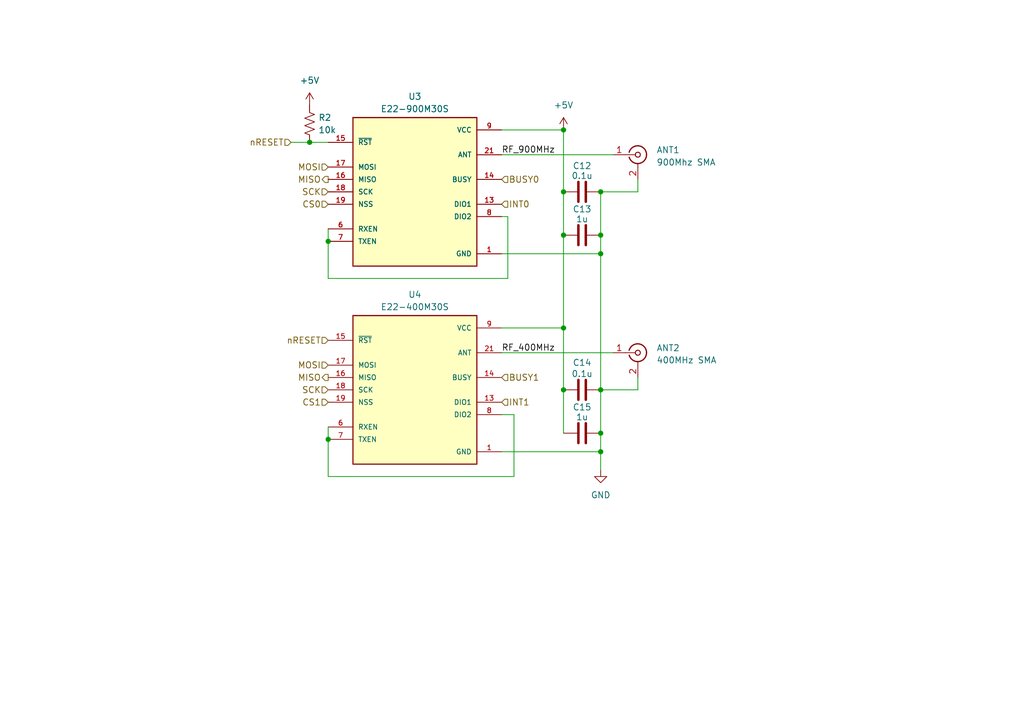
<source format=kicad_sch>
(kicad_sch (version 20250114) (generator "eeschema") (generator_version "9.0")
  (paper "A5")
  (title_block (title "RF") (date "2026-02-18") (rev "1") (company "VIP Lightning From the Edge of Space"))
  (lib_symbols
    (symbol "Connector:Conn_Coaxial" (pin_names (offset 1.016) (hide yes))
      (property "Reference" "J" (at 0.254 3.048 0))
      (property "Value" "Conn_Coaxial" (at 2.921 0 90))
      (symbol "Conn_Coaxial_0_1"
        (polyline (pts (xy -2.54 0) (xy -0.508 0)))
        (arc (start 1.778 0) (mid 0.222 -1.8079) (end -1.778 -0.508) (stroke (width 0.254)))
        (arc (start -1.778 0.508) (mid 0.2221 1.8084) (end 1.778 0) (stroke (width 0.254)))
        (circle (center 0 0) (radius 0.508) (stroke (width 0.2032)))
        (polyline (pts (xy 0 -2.54) (xy 0 -1.778)))
      )
      (symbol "Conn_Coaxial_1_1"
        (pin passive line (at -5.08 0 0) (length 2.54) (name "In") (number "1"))
        (pin passive line (at 0 -5.08 90) (length 2.54) (name "Ext") (number "2"))
      )
    )
    (symbol "Device:C" (pin_numbers (hide yes)) (pin_names (offset 0.254))
      (property "Reference" "C" (at 0.635 2.54 0))
      (property "Value" "C" (at 0.635 -2.54 0))
      (symbol "C_0_1"
        (polyline (pts (xy -2.032 0.762) (xy 2.032 0.762)) (stroke (width 0.508)))
        (polyline (pts (xy -2.032 -0.762) (xy 2.032 -0.762)) (stroke (width 0.508)))
      )
      (symbol "C_1_1"
        (pin passive line (at 0 3.81 270) (length 2.794) (name "~") (number "1"))
        (pin passive line (at 0 -3.81 90) (length 2.794) (name "~") (number "2"))
      )
    )
    (symbol "Device:R_US" (pin_numbers (hide yes)) (pin_names (offset 0))
      (property "Reference" "R" (at 2.54 0 90))
      (property "Value" "R_US" (at -2.54 0 90))
      (symbol "R_US_0_1"
        (polyline (pts (xy 0 2.286) (xy 0 2.54)))
        (polyline (pts (xy 0 2.286) (xy 1.016 1.905) (xy 0 1.524) (xy -1.016 1.143) (xy 0 0.762)))
        (polyline (pts (xy 0 0.762) (xy 1.016 0.381) (xy 0 0) (xy -1.016 -0.381) (xy 0 -0.762)))
        (polyline (pts (xy 0 -0.762) (xy 1.016 -1.143) (xy 0 -1.524) (xy -1.016 -1.905) (xy 0 -2.286)))
        (polyline (pts (xy 0 -2.286) (xy 0 -2.54)))
      )
      (symbol "R_US_1_1"
        (pin passive line (at 0 3.81 270) (length 1.27) (name "~") (number "1"))
        (pin passive line (at 0 -3.81 90) (length 1.27) (name "~") (number "2"))
      )
    )
    (symbol "LEOS:E22-400M30S" (pin_names (offset 1.016))
      (property "Reference" "U" (at -12.7 16.002 0))
      (property "Value" "E22-400M30S" (at -12.7 -17.78 0))
      (property "Footprint" "LEOS:XCVR_E22-900M30S" (at 0.762 -27.686 0))
      (symbol "E22-400M30S_0_0"
        (rectangle (start -12.7 15.24) (end 12.7 -15.24) (stroke (width 0.254)) (fill (type background)))
        (pin input line (at -17.78 10.16 0) (length 5.08) (name "~{RST}") (number "15"))
        (pin input line (at -17.78 5.08 0) (length 5.08) (name "MOSI") (number "17"))
        (pin output line (at -17.78 2.54 0) (length 5.08) (name "MISO") (number "16"))
        (pin input line (at -17.78 0 0) (length 5.08) (name "SCK") (number "18"))
        (pin input line (at -17.78 -2.54 0) (length 5.08) (name "NSS") (number "19"))
        (pin input line (at -17.78 -7.62 0) (length 5.08) (name "RXEN") (number "6"))
        (pin input line (at -17.78 -10.16 0) (length 5.08) (name "TXEN") (number "7"))
        (pin power_in line (at 17.78 12.7 180) (length 5.08) (hide yes) (name "VCC") (number "10"))
        (pin power_in line (at 17.78 12.7 180) (length 5.08) (name "VCC") (number "9"))
        (pin output line (at 17.78 7.62 180) (length 5.08) (name "ANT") (number "21"))
        (pin output line (at 17.78 2.54 180) (length 5.08) (name "BUSY") (number "14"))
        (pin bidirectional line (at 17.78 -2.54 180) (length 5.08) (name "DIO1") (number "13"))
        (pin bidirectional line (at 17.78 -5.08 180) (length 5.08) (name "DIO2") (number "8"))
        (pin power_in line (at 17.78 -12.7 180) (length 5.08) (name "GND") (number "1"))
        (pin power_in line (at 17.78 -12.7 180) (length 5.08) (hide yes) (name "GND") (number "11"))
        (pin power_in line (at 17.78 -12.7 180) (length 5.08) (hide yes) (name "GND") (number "12"))
        (pin power_in line (at 17.78 -12.7 180) (length 5.08) (hide yes) (name "GND") (number "2"))
        (pin power_in line (at 17.78 -12.7 180) (length 5.08) (hide yes) (name "GND") (number "20"))
        (pin power_in line (at 17.78 -12.7 180) (length 5.08) (hide yes) (name "GND") (number "22"))
        (pin power_in line (at 17.78 -12.7 180) (length 5.08) (hide yes) (name "GND") (number "3"))
        (pin power_in line (at 17.78 -12.7 180) (length 5.08) (hide yes) (name "GND") (number "4"))
        (pin power_in line (at 17.78 -12.7 180) (length 5.08) (hide yes) (name "GND") (number "5"))
      )
    )
    (symbol "LEOS:E22-900M30S" (pin_names (offset 1.016))
      (property "Reference" "U" (at -12.7 16.002 0))
      (property "Value" "E22-900M30S" (at -12.7 -17.78 0))
      (property "Footprint" "LEOS:XCVR_E22-900M30S" (at 0.762 -27.686 0))
      (symbol "E22-900M30S_0_0"
        (rectangle (start -12.7 15.24) (end 12.7 -15.24) (stroke (width 0.254)) (fill (type background)))
        (pin input line (at -17.78 10.16 0) (length 5.08) (name "~{RST}") (number "15"))
        (pin input line (at -17.78 5.08 0) (length 5.08) (name "MOSI") (number "17"))
        (pin output line (at -17.78 2.54 0) (length 5.08) (name "MISO") (number "16"))
        (pin input line (at -17.78 0 0) (length 5.08) (name "SCK") (number "18"))
        (pin input line (at -17.78 -2.54 0) (length 5.08) (name "NSS") (number "19"))
        (pin input line (at -17.78 -7.62 0) (length 5.08) (name "RXEN") (number "6"))
        (pin input line (at -17.78 -10.16 0) (length 5.08) (name "TXEN") (number "7"))
        (pin power_in line (at 17.78 12.7 180) (length 5.08) (hide yes) (name "VCC") (number "10"))
        (pin power_in line (at 17.78 12.7 180) (length 5.08) (name "VCC") (number "9"))
        (pin output line (at 17.78 7.62 180) (length 5.08) (name "ANT") (number "21"))
        (pin output line (at 17.78 2.54 180) (length 5.08) (name "BUSY") (number "14"))
        (pin bidirectional line (at 17.78 -2.54 180) (length 5.08) (name "DIO1") (number "13"))
        (pin bidirectional line (at 17.78 -5.08 180) (length 5.08) (name "DIO2") (number "8"))
        (pin power_in line (at 17.78 -12.7 180) (length 5.08) (name "GND") (number "1"))
        (pin power_in line (at 17.78 -12.7 180) (length 5.08) (hide yes) (name "GND") (number "11"))
        (pin power_in line (at 17.78 -12.7 180) (length 5.08) (hide yes) (name "GND") (number "12"))
        (pin power_in line (at 17.78 -12.7 180) (length 5.08) (hide yes) (name "GND") (number "2"))
        (pin power_in line (at 17.78 -12.7 180) (length 5.08) (hide yes) (name "GND") (number "20"))
        (pin power_in line (at 17.78 -12.7 180) (length 5.08) (hide yes) (name "GND") (number "22"))
        (pin power_in line (at 17.78 -12.7 180) (length 5.08) (hide yes) (name "GND") (number "3"))
        (pin power_in line (at 17.78 -12.7 180) (length 5.08) (hide yes) (name "GND") (number "4"))
        (pin power_in line (at 17.78 -12.7 180) (length 5.08) (hide yes) (name "GND") (number "5"))
      )
    )
    (symbol "power:+5V" (power) (pin_numbers (hide yes)) (pin_names (offset 0) (hide yes))
      (property "Value" "+5V" (at 0 3.556 0))
      (symbol "+5V_0_1"
        (polyline (pts (xy -0.762 1.27) (xy 0 2.54)))
        (polyline (pts (xy 0 2.54) (xy 0.762 1.27)))
        (polyline (pts (xy 0 0) (xy 0 2.54)))
      )
      (symbol "+5V_1_1"
        (pin power_in line (at 0 0 90) (length 0) (name "~") (number "1"))
      )
    )
    (symbol "power:GND" (power) (pin_numbers (hide yes)) (pin_names (offset 0) (hide yes))
      (property "Value" "GND" (at 0 -3.81 0))
      (symbol "GND_0_1"
        (polyline (pts (xy 0 0) (xy 0 -1.27) (xy 1.27 -1.27) (xy 0 -2.54) (xy -1.27 -1.27) (xy 0 -1.27)))
      )
      (symbol "GND_1_1"
        (pin power_in line (at 0 0 270) (length 0) (name "~") (number "1"))
      )
    )
  )
  (junction (at 67.31 49.53))
  (junction (at 115.57 26.67))
  (junction (at 123.19 48.26))
  (junction (at 115.57 39.37))
  (junction (at 63.5 29.21))
  (junction (at 115.57 80.01))
  (junction (at 115.57 67.31))
  (junction (at 123.19 52.07))
  (junction (at 123.19 39.37))
  (junction (at 115.57 48.26))
  (junction (at 67.31 90.17))
  (junction (at 123.19 92.71))
  (junction (at 123.19 88.9))
  (junction (at 123.19 80.01))
  (wire (pts (xy 102.87 31.75) (xy 125.73 31.75)))
  (wire (pts (xy 130.81 80.01) (xy 123.19 80.01)))
  (wire (pts (xy 130.81 39.37) (xy 123.19 39.37)))
  (wire (pts (xy 67.31 97.79) (xy 67.31 90.17)))
  (wire (pts (xy 115.57 67.31) (xy 115.57 80.01)))
  (wire (pts (xy 123.19 80.01) (xy 123.19 88.9)))
  (wire (pts (xy 104.14 44.45) (xy 104.14 57.15)))
  (wire (pts (xy 115.57 26.67) (xy 115.57 39.37)))
  (wire (pts (xy 102.87 72.39) (xy 125.73 72.39)))
  (wire (pts (xy 102.87 67.31) (xy 115.57 67.31)))
  (wire (pts (xy 102.87 26.67) (xy 115.57 26.67)))
  (wire (pts (xy 59.69 29.21) (xy 63.5 29.21)))
  (wire (pts (xy 115.57 80.01) (xy 115.57 88.9)))
  (wire (pts (xy 130.81 77.47) (xy 130.81 80.01)))
  (wire (pts (xy 115.57 39.37) (xy 115.57 48.26)))
  (wire (pts (xy 102.87 44.45) (xy 104.14 44.45)))
  (wire (pts (xy 102.87 85.09) (xy 105.41 85.09)))
  (wire (pts (xy 105.41 97.79) (xy 105.41 85.09)))
  (wire (pts (xy 67.31 57.15) (xy 67.31 49.53)))
  (wire (pts (xy 102.87 52.07) (xy 123.19 52.07)))
  (wire (pts (xy 123.19 48.26) (xy 123.19 52.07)))
  (wire (pts (xy 102.87 92.71) (xy 123.19 92.71)))
  (wire (pts (xy 63.5 29.21) (xy 67.31 29.21)))
  (wire (pts (xy 67.31 49.53) (xy 67.31 46.99)))
  (wire (pts (xy 115.57 48.26) (xy 115.57 67.31)))
  (wire (pts (xy 130.81 36.83) (xy 130.81 39.37)))
  (wire (pts (xy 123.19 39.37) (xy 123.19 48.26)))
  (wire (pts (xy 123.19 52.07) (xy 123.19 80.01)))
  (wire (pts (xy 104.14 57.15) (xy 67.31 57.15)))
  (wire (pts (xy 123.19 88.9) (xy 123.19 92.71)))
  (wire (pts (xy 67.31 90.17) (xy 67.31 87.63)))
  (wire (pts (xy 67.31 97.79) (xy 105.41 97.79)))
  (wire (pts (xy 123.19 92.71) (xy 123.19 96.52)))
  (label "RF_900MHz" (at 102.87 31.75 0))
  (label "RF_400MHz" (at 102.87 72.39 0))
  (hierarchical_label "MOSI" (shape input) (at 67.31 74.93 180))
  (hierarchical_label "SCK" (shape input) (at 67.31 39.37 180))
  (hierarchical_label "BUSY0" (shape input) (at 102.87 36.83 0))
  (hierarchical_label "MISO" (shape output) (at 67.31 36.83 180))
  (hierarchical_label "CS0" (shape input) (at 67.31 41.91 180))
  (hierarchical_label "BUSY1" (shape input) (at 102.87 77.47 0))
  (hierarchical_label "nRESET" (shape input) (at 67.31 69.85 180))
  (hierarchical_label "INT1" (shape input) (at 102.87 82.55 0))
  (hierarchical_label "MOSI" (shape input) (at 67.31 34.29 180))
  (hierarchical_label "CS1" (shape input) (at 67.31 82.55 180))
  (hierarchical_label "INT0" (shape input) (at 102.87 41.91 0))
  (hierarchical_label "MISO" (shape output) (at 67.31 77.47 180))
  (hierarchical_label "nRESET" (shape input) (at 59.69 29.21 180))
  (hierarchical_label "SCK" (shape input) (at 67.31 80.01 180))
  (symbol (lib_id "Connector:Conn_Coaxial") (at 130.81 72.39 0) (unit 1)
    (property "Reference" "ANT2" (at 134.62 71.4131 0) (effects (justify left)))
    (property "Value" "400MHz SMA" (at 134.62 73.914 0) (effects (justify left)))
    (property "Footprint" "Connector_Coaxial:SMA_Molex_73251-1153_EdgeMount_Horizontal" (effects (hide yes)))
    (property "Description" "coaxial connector (BNC, SMA, SMB, SMC, Cinch/RCA, LEMO, ...)" (effects (hide yes)))
    (property "Digikey" " 900-0732511153-ND" (effects (hide yes)))
    (property "MPN" "0732511153" (effects (hide yes)))
    (property "Manufacturer" "Molex" (effects (hide yes)))
  )
  (symbol (lib_id "LEOS:E22-400M30S") (at 85.09 80.01 0) (unit 1)
    (property "Reference" "U4" (at 85.09 60.452 0))
    (property "Value" "E22-400M30S" (at 85.09 62.992 0))
    (property "Footprint" "LEOS:XCVR_E22-900M30S" (effects (hide yes)))
    (property "Description" "SX1268 400-430 MHz 1w SPI LoRa Module" (effects (hide yes)))
    (property "MP" "E22-400M30S" (effects (hide yes)))
    (property "MPN" "E22-400M30S" (effects (hide yes)))
    (property "Manufacturer" "EbyteIOT" (effects (hide yes)))
  )
  (symbol (lib_id "power:+5V") (at 63.5 21.59 0) (unit 1)
    (property "Reference" "#PWR018" (effects (hide yes)))
    (property "Value" "+5V" (at 63.5 16.51 0))
    (property "Description" "Power symbol creates a global label with name \"+5V\"" (effects (hide yes)))
  )
  (symbol (lib_id "Device:R_US") (at 63.5 25.4 0) (unit 1)
    (property "Reference" "R2" (at 65.278 24.13 0) (effects (justify left)))
    (property "Value" "10k" (at 65.278 26.67 0) (effects (justify left)))
    (property "Footprint" "Resistor_SMD:R_0805_2012Metric" (effects (hide yes)))
    (property "Description" "10 kOhms ±1% 0.25W, 1/4W Chip Resistor 0805" (effects (hide yes)))
    (property "Digikey" "541-10.0KCCT-ND" (effects (hide yes)))
    (property "MPN" "CRCW080510K0FKEA" (effects (hide yes)))
    (property "Manufacturer" "Vishay Dale" (effects (hide yes)))
  )
  (symbol (lib_id "Device:C") (at 119.38 48.26 90) (unit 1)
    (property "Reference" "C13" (at 119.38 42.926 90))
    (property "Value" "1u" (at 119.38 44.958 90))
    (property "Footprint" "Capacitor_SMD:C_0603_1608Metric" (effects (hide yes)))
    (property "Description" "1U 25V X7R 0603" (effects (hide yes)))
    (property "Digikey" "1276-1184-1-ND" (effects (hide yes)))
    (property "LCSC" "C29936" (effects (hide yes)))
    (property "MPN" "CL10B105KA8NNNC" (effects (hide yes)))
    (property "Manufacturer" "Samsung Electro-Mechanics" (effects (hide yes)))
  )
  (symbol (lib_id "Device:C") (at 119.38 88.9 90) (unit 1)
    (property "Reference" "C15" (at 119.38 83.566 90))
    (property "Value" "1u" (at 119.38 85.598 90))
    (property "Footprint" "Capacitor_SMD:C_0603_1608Metric" (effects (hide yes)))
    (property "Description" "1U 25V X7R 0603" (effects (hide yes)))
    (property "Digikey" "1276-1184-1-ND" (effects (hide yes)))
    (property "LCSC" "C29936" (effects (hide yes)))
    (property "MPN" "CL10B105KA8NNNC" (effects (hide yes)))
    (property "Manufacturer" "Samsung Electro-Mechanics" (effects (hide yes)))
  )
  (symbol (lib_id "power:+5V") (at 115.57 26.67 0) (unit 1)
    (property "Reference" "#PWR07" (effects (hide yes)))
    (property "Value" "+5V" (at 115.57 21.59 0))
    (property "Description" "Power symbol creates a global label with name \"+5V\"" (effects (hide yes)))
  )
  (symbol (lib_id "Device:C") (at 119.38 39.37 90) (unit 1)
    (property "Reference" "C12" (at 119.38 34.036 90))
    (property "Value" "0.1u" (at 119.38 36.068 90))
    (property "Footprint" "Capacitor_SMD:C_0603_1608Metric" (effects (hide yes)))
    (property "Description" "0.1U 50V X7R 0603" (effects (hide yes)))
    (property "Digikey" "1276-CL10B104KB8NNNLCT-ND" (effects (hide yes)))
    (property "LCSC" "C913912" (effects (hide yes)))
    (property "MPN" "CL10B104KB8NNNL" (effects (hide yes)))
    (property "Manufacturer" "Samsung Electro-Mechanics" (effects (hide yes)))
  )
  (symbol (lib_id "Device:C") (at 119.38 80.01 90) (unit 1)
    (property "Reference" "C14" (at 119.38 74.422 90))
    (property "Value" "0.1u" (at 119.38 76.708 90))
    (property "Footprint" "Capacitor_SMD:C_0603_1608Metric" (effects (hide yes)))
    (property "Description" "0.1U 50V X7R 0603" (effects (hide yes)))
    (property "Digikey" "1276-CL10B104KB8NNNLCT-ND" (effects (hide yes)))
    (property "LCSC" "C913912" (effects (hide yes)))
    (property "MPN" "CL10B104KB8NNNL" (effects (hide yes)))
    (property "Manufacturer" "Samsung Electro-Mechanics" (effects (hide yes)))
  )
  (symbol (lib_id "Connector:Conn_Coaxial") (at 130.81 31.75 0) (unit 1)
    (property "Reference" "ANT1" (at 134.62 30.7731 0) (effects (justify left)))
    (property "Value" "900Mhz SMA" (at 134.62 33.3131 0) (effects (justify left)))
    (property "Footprint" "Connector_Coaxial:SMA_Molex_73251-1153_EdgeMount_Horizontal" (effects (hide yes)))
    (property "Description" "coaxial connector (BNC, SMA, SMB, SMC, Cinch/RCA, LEMO, ...)" (effects (hide yes)))
    (property "Digikey" " 900-0732511153-ND" (effects (hide yes)))
    (property "MPN" "0732511153" (effects (hide yes)))
    (property "Manufacturer" "Molex" (effects (hide yes)))
  )
  (symbol (lib_id "power:GND") (at 123.19 96.52 0) (unit 1)
    (property "Reference" "#PWR017" (effects (hide yes)))
    (property "Value" "GND" (at 123.19 101.6 0))
    (property "Description" "Power symbol creates a global label with name \"GND\" , ground" (effects (hide yes)))
  )
  (symbol (lib_id "LEOS:E22-900M30S") (at 85.09 39.37 0) (unit 1)
    (property "Reference" "U3" (at 85.09 19.812 0))
    (property "Value" "E22-900M30S" (at 85.09 22.352 0))
    (property "Footprint" "LEOS:XCVR_E22-900M30S" (effects (hide yes)))
    (property "Description" "SX1262 868/915 MHz 1w SPI LoRa Module" (effects (hide yes)))
    (property "MP" "E22-900M30S" (effects (hide yes)))
    (property "MPN" "E22-900M30S" (effects (hide yes)))
    (property "Manufacturer" "EbyteIOT" (effects (hide yes)))
  )
)
</source>
